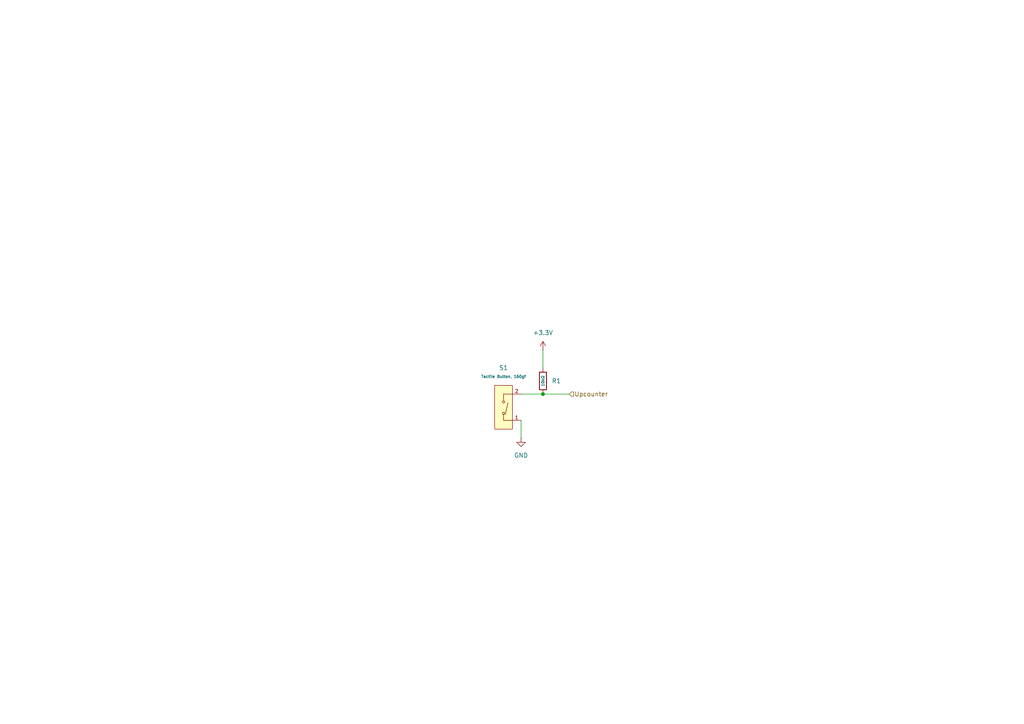
<source format=kicad_sch>
(kicad_sch (version 20250114) (generator "eeschema") (generator_version "9.0")
  (paper "A4")
  (lib_symbols
    (symbol "PCM_JLCPCB-Connectors_Buttons:Tactile Button, 160gf, 12V, 50mA, 4.0mm" (pin_names (hide yes))
      (property "Reference" "S" (at 0 1.27 0))
      (property "Value" "Tactile Button, 160gf" (at 0 -8.89 0))
      (symbol "Tactile Button, 160gf, 12V, 50mA, 4.0mm_0_1"
        (polyline (pts (xy -2.54 2.54) (xy 0 2.54)))
        (polyline (pts (xy -2.54 -5.08) (xy 0 -5.08)))
        (polyline (pts (xy -0.508 0.762) (xy -1.27 -2.54)))
        (polyline (pts (xy 0 0.762) (xy 0 2.54)))
        (circle (center 0 0.508) (radius 0.3175) (fill (type background)))
        (circle (center 0 -2.794) (radius 0.3175) (fill (type background)))
        (polyline (pts (xy 0 -3.302) (xy 0 -5.08)))
        (pin unspecified line (at -5.08 2.54 0) (length 2.54) (name "A") (number "1"))
        (pin unspecified line (at -5.08 -5.08 0) (length 2.54) (name "B") (number "2"))
      )
      (symbol "Tactile Button, 160gf, 12V, 50mA, 4.0mm_1_1"
        (rectangle (start -2.54 5.08) (end 2.54 -7.62) (fill (type background)))
      )
    )
    (symbol "PCM_JLCPCB-Resistors:0402,10kΩ" (pin_numbers (hide yes)) (pin_names (offset 0))
      (property "Reference" "R" (at 1.778 0 0))
      (property "Value" "10kΩ" (at 0 0 90))
      (symbol "0402,10kΩ_0_1"
        (rectangle (start -1.016 2.54) (end 1.016 -2.54) (stroke (width 0.254)))
      )
      (symbol "0402,10kΩ_1_1"
        (pin passive line (at 0 3.81 270) (length 1.27) (name "~") (number "1"))
        (pin passive line (at 0 -3.81 90) (length 1.27) (name "~") (number "2"))
      )
    )
    (symbol "power:+3.3V" (power) (pin_numbers (hide yes)) (pin_names (offset 0) (hide yes))
      (property "Value" "+3.3V" (at 0 3.556 0))
      (symbol "+3.3V_0_1"
        (polyline (pts (xy -0.762 1.27) (xy 0 2.54)))
        (polyline (pts (xy 0 2.54) (xy 0.762 1.27)))
        (polyline (pts (xy 0 0) (xy 0 2.54)))
      )
      (symbol "+3.3V_1_1"
        (pin power_in line (at 0 0 90) (length 0) (name "~") (number "1"))
      )
    )
    (symbol "power:GND" (power) (pin_numbers (hide yes)) (pin_names (offset 0) (hide yes))
      (property "Value" "GND" (at 0 -3.81 0))
      (symbol "GND_0_1"
        (polyline (pts (xy 0 0) (xy 0 -1.27) (xy 1.27 -1.27) (xy 0 -2.54) (xy -1.27 -1.27) (xy 0 -1.27)))
      )
      (symbol "GND_1_1"
        (pin power_in line (at 0 0 270) (length 0) (name "~") (number "1"))
      )
    )
  )
  (junction (at 157.48 114.3))
  (wire (pts (xy 151.13 114.3) (xy 157.48 114.3)))
  (wire (pts (xy 151.13 121.92) (xy 151.13 127)))
  (wire (pts (xy 157.48 114.3) (xy 165.1 114.3)))
  (wire (pts (xy 157.48 101.6) (xy 157.48 106.68)))
  (hierarchical_label "Upcounter" (shape input) (at 165.1 114.3 0))
  (symbol (lib_id "PCM_JLCPCB-Connectors_Buttons:Tactile Button, 160gf, 12V, 50mA, 4.0mm") (at 146.05 119.38 180) (unit 1)
    (property "Reference" "S1" (at 146.05 106.68 0))
    (property "Value" "Tactile Button, 160gf" (at 146.05 109.22 0) (effects (font (size 0.8 0.8))))
    (property "Footprint" "PCM_JLCPCB:SW_TS-1088-AR02016" (effects (hide yes)))
    (property "Datasheet" "https://www.lcsc.com/datasheet/lcsc_datasheet_2304140030_XUNPU-TS-1088-AR02016_C720477.pdf" (effects (hide yes)))
    (property "Description" "Without 50mA 4mm 100MΩ 100000 Times 12V 160gf 3mm 2mm Round Button Standing paste SPST SMD Tactile Switches ROHS" (effects (hide yes)))
    (property "LCSC" "C720477" (effects (hide yes)))
    (property "Stock" "346801" (effects (hide yes)))
    (property "Price" "0.044USD" (effects (hide yes)))
    (property "Process" "SMT" (effects (hide yes)))
    (property "Minimum Qty" "5" (effects (hide yes)))
    (property "Attrition Qty" "4" (effects (hide yes)))
    (property "Class" "Basic Component" (effects (hide yes)))
    (property "Category" "Switches,Tactile Switches" (effects (hide yes)))
    (property "Manufacturer" "XUNPU" (effects (hide yes)))
    (property "Part" "TS-1088-AR02016" (effects (hide yes)))
    (property "Switch Length" "4mm" (effects (hide yes)))
    (property "Voltage Rating (Dc)" "12V" (effects (hide yes)))
    (property "With Lamp" "No" (effects (hide yes)))
    (property "Operating Force" "160gf@±50gf" (effects (hide yes)))
    (property "Actuator/Cap Color" "Black" (effects (hide yes)))
    (property "Mechanical Life" "100000 Times" (effects (hide yes)))
    (property "Strike Gundam" "NO" (effects (hide yes)))
    (property "Circuit" "SPST" (effects (hide yes)))
    (property "Switch Height" "2mm" (effects (hide yes)))
    (property "Actuator Style" "Round Button" (effects (hide yes)))
    (property "Switch Width" "3mm" (effects (hide yes)))
    (property "Contact Current" "50mA" (effects (hide yes)))
    (property "Operating Temperature" "-30°C~+80°C" (effects (hide yes)))
    (property "Mounting Style" "Brick nogging" (effects (hide yes)))
    (property "Insulation Resistance" "100MΩ" (effects (hide yes)))
    (property "Pin Style" "SMDSplicing" (effects (hide yes)))
  )
  (symbol (lib_id "power:+3.3V") (at 157.48 101.6 0) (unit 1)
    (property "Reference" "#PWR02" (effects (hide yes)))
    (property "Value" "+3.3V" (at 157.48 96.52 0))
    (property "Description" "Power symbol creates a global label with name \"+3.3V\"" (effects (hide yes)))
  )
  (symbol (lib_id "power:GND") (at 151.13 127 0) (unit 1)
    (property "Reference" "#PWR01" (effects (hide yes)))
    (property "Value" "GND" (at 151.13 132.08 0))
    (property "Description" "Power symbol creates a global label with name \"GND\" , ground" (effects (hide yes)))
  )
  (symbol (lib_id "PCM_JLCPCB-Resistors:0402,10kΩ") (at 157.48 110.49 0) (unit 1)
    (property "Reference" "R1" (at 160.02 110.4899 0) (effects (justify left)))
    (property "Value" "10kΩ" (at 157.48 110.49 90) (effects (font (size 0.8 0.8))))
    (property "Footprint" "PCM_JLCPCB:R_0402" (effects (hide yes)))
    (property "Datasheet" "https://www.lcsc.com/datasheet/lcsc_datasheet_2411221126_UNI-ROYAL-Uniroyal-Elec-0402WGF1002TCE_C25744.pdf" (effects (hide yes)))
    (property "Description" "62.5mW Thick Film Resistors 50V ±100ppm/°C ±1% 10kΩ 0402 Chip Resistor - Surface Mount ROHS" (effects (hide yes)))
    (property "LCSC" "C25744" (effects (hide yes)))
    (property "Stock" "24372091" (effects (hide yes)))
    (property "Price" "0.004USD" (effects (hide yes)))
    (property "Process" "SMT" (effects (hide yes)))
    (property "Minimum Qty" "20" (effects (hide yes)))
    (property "Attrition Qty" "10" (effects (hide yes)))
    (property "Class" "Basic Component" (effects (hide yes)))
    (property "Category" "Resistors,Chip Resistor - Surface Mount" (effects (hide yes)))
    (property "Manufacturer" "UNI-ROYAL(Uniroyal Elec)" (effects (hide yes)))
    (property "Part" "0402WGF1002TCE" (effects (hide yes)))
    (property "Resistance" "10kΩ" (effects (hide yes)))
    (property "Power(Watts)" "62.5mW" (effects (hide yes)))
    (property "Type" "Thick Film Resistors" (effects (hide yes)))
    (property "Overload Voltage (Max)" "50V" (effects (hide yes)))
    (property "Operating Temperature Range" "-55°C~+155°C" (effects (hide yes)))
    (property "Tolerance" "±1%" (effects (hide yes)))
    (property "Temperature Coefficient" "±100ppm/°C" (effects (hide yes)))
  )
)
</source>
